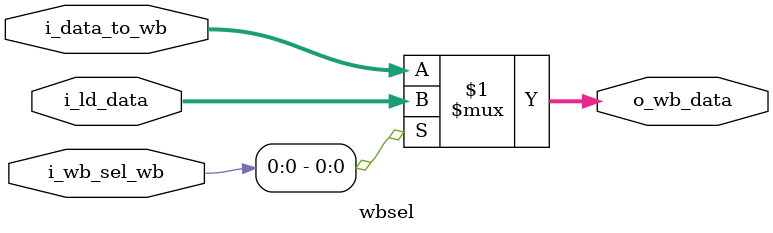
<source format=sv>
module wbsel(
	input  logic [31:0] i_data_to_wb,
	input  logic [31:0] i_ld_data,
	input  logic [1:0]  i_wb_sel_wb,
	output logic [31:0] o_wb_data
);

	assign o_wb_data = (i_wb_sel_wb[0]) ? i_ld_data : i_data_to_wb;

endmodule 
</source>
